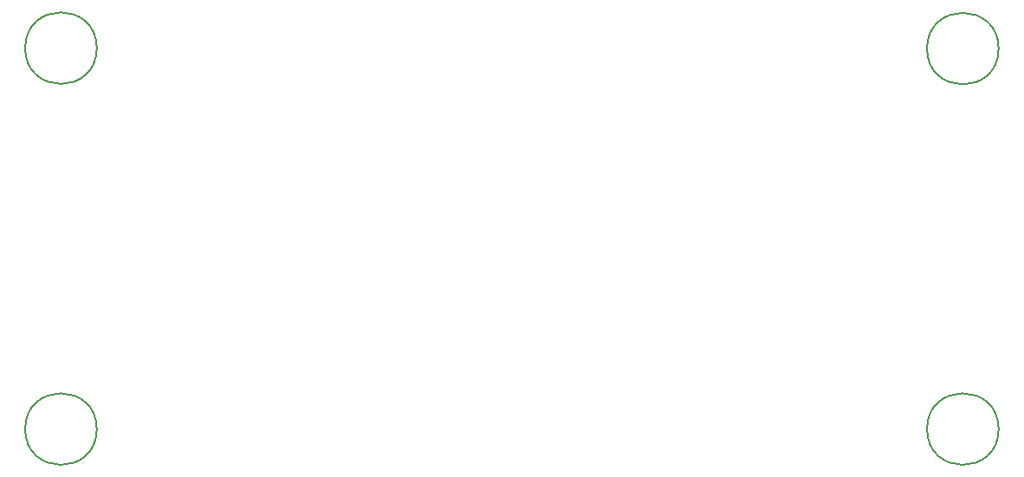
<source format=gbr>
%TF.GenerationSoftware,KiCad,Pcbnew,(7.0.0-0)*%
%TF.CreationDate,2023-08-14T10:15:54-06:00*%
%TF.ProjectId,ReflexFightingBoard,5265666c-6578-4466-9967-6874696e6742,rev?*%
%TF.SameCoordinates,Original*%
%TF.FileFunction,Other,Comment*%
%FSLAX46Y46*%
G04 Gerber Fmt 4.6, Leading zero omitted, Abs format (unit mm)*
G04 Created by KiCad (PCBNEW (7.0.0-0)) date 2023-08-14 10:15:54*
%MOMM*%
%LPD*%
G01*
G04 APERTURE LIST*
%ADD10C,0.150000*%
G04 APERTURE END LIST*
D10*
%TO.C,H1*%
X110878000Y-83200000D02*
G75*
G03*
X110878000Y-83200000I-3500000J0D01*
G01*
%TO.C,H3*%
X110878000Y-120460000D02*
G75*
G03*
X110878000Y-120460000I-3500000J0D01*
G01*
%TO.C,H4*%
X199017000Y-120460000D02*
G75*
G03*
X199017000Y-120460000I-3500000J0D01*
G01*
%TO.C,H2*%
X199017000Y-83248000D02*
G75*
G03*
X199017000Y-83248000I-3500000J0D01*
G01*
%TD*%
M02*

</source>
